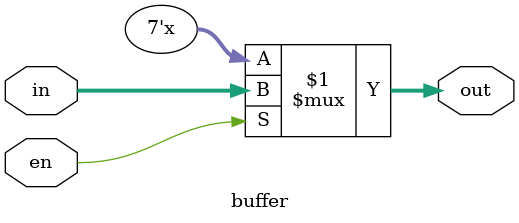
<source format=v>
`timescale 1ns / 1ps
module buffer(in, out, en);
input [6:0] in;
output [6:0] out;
input en;
assign out=(en)?in:7'bzzzzzzz;
endmodule


</source>
